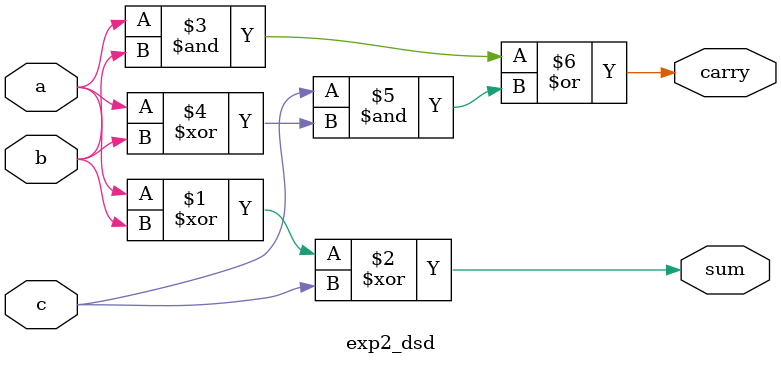
<source format=sv>
`timescale 1ns / 1ps


module exp2_dsd(
   input logic a,
   input logic b,
   input logic c,
   output logic sum,
   output logic carry );
 assign sum=(a^b)^c;
 assign carry=(a&b)|(c&(a^b));
    
endmodule

</source>
